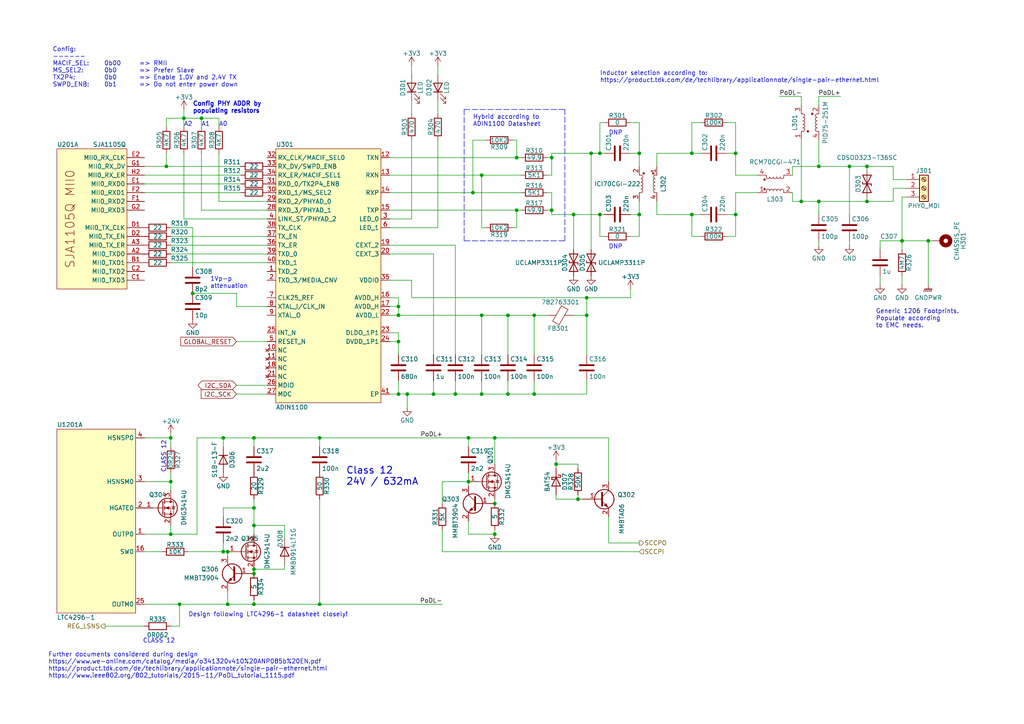
<source format=kicad_sch>
(kicad_sch (version 20211123) (generator eeschema)
  (paper "A4")
  (title_block (title "Open Hardware 10Base-T1L Switch") (date "2023-04-07") (rev "REV A") (company "Peter Heinrich") (comment 1 "Open Hardware License CERN-OHL-P v2") (comment 2 "https://github.com/peterheinrich/Open_10Base-T1L_Switch"))
  (junction (at 160.02 60.96))
  (junction (at 92.71 127))
  (junction (at 170.18 86.36))
  (junction (at 92.71 175.26))
  (junction (at 73.66 152.4))
  (junction (at 139.7 50.8))
  (junction (at 66.04 160.02))
  (junction (at 143.51 146.05))
  (junction (at 73.66 166.37))
  (junction (at 147.32 114.3))
  (junction (at 160.02 45.72))
  (junction (at 132.08 114.3))
  (junction (at 66.04 175.26))
  (junction (at 166.37 62.23))
  (junction (at 53.34 34.29))
  (junction (at 58.42 34.29))
  (junction (at 161.29 134.62))
  (junction (at 115.57 88.9))
  (junction (at 139.7 91.44))
  (junction (at 143.51 127))
  (junction (at 185.42 62.23))
  (junction (at 115.57 91.44))
  (junction (at 135.89 127))
  (junction (at 149.86 45.72))
  (junction (at 251.46 58.42))
  (junction (at 55.88 85.09))
  (junction (at 213.36 62.23))
  (junction (at 261.62 69.85))
  (junction (at 64.77 160.02))
  (junction (at 246.38 48.26))
  (junction (at 154.94 114.3))
  (junction (at 200.66 44.45))
  (junction (at 139.7 114.3))
  (junction (at 73.66 147.32))
  (junction (at 147.32 91.44))
  (junction (at 171.45 44.45))
  (junction (at 73.66 127))
  (junction (at 52.07 175.26))
  (junction (at 73.66 165.1))
  (junction (at 213.36 44.45))
  (junction (at 173.99 62.23))
  (junction (at 237.49 48.26))
  (junction (at 154.94 91.44))
  (junction (at 269.24 69.85))
  (junction (at 115.57 114.3))
  (junction (at 118.11 114.3))
  (junction (at 167.64 144.78))
  (junction (at 49.53 139.7))
  (junction (at 143.51 154.94))
  (junction (at 125.73 114.3))
  (junction (at 49.53 154.94))
  (junction (at 73.66 175.26))
  (junction (at 115.57 99.06))
  (junction (at 48.26 48.26))
  (junction (at 64.77 127))
  (junction (at 49.53 127))
  (junction (at 137.16 55.88))
  (junction (at 251.46 48.26))
  (junction (at 200.66 62.23))
  (junction (at 173.99 44.45))
  (junction (at 149.86 60.96))
  (junction (at 135.89 139.7))
  (junction (at 170.18 91.44))
  (junction (at 185.42 44.45))
  (junction (at 237.49 58.42))
  (junction (at 232.41 58.42))
  (wire (pts (xy 128.27 160.02) (xy 185.42 160.02)))
  (wire (pts (xy 232.41 27.94) (xy 232.41 30.48)))
  (wire (pts (xy 73.66 152.4) (xy 73.66 154.94)))
  (wire (pts (xy 140.97 40.64) (xy 137.16 40.64)))
  (polyline (pts (xy 134.62 69.85) (xy 163.83 69.85)))
  (wire (pts (xy 68.58 88.9) (xy 77.47 88.9)))
  (wire (pts (xy 210.82 35.56) (xy 213.36 35.56)))
  (wire (pts (xy 49.53 154.94) (xy 49.53 152.4)))
  (wire (pts (xy 210.82 68.58) (xy 213.36 68.58)))
  (wire (pts (xy 115.57 88.9) (xy 115.57 91.44)))
  (wire (pts (xy 41.91 160.02) (xy 46.99 160.02)))
  (wire (pts (xy 190.5 44.45) (xy 190.5 48.26)))
  (wire (pts (xy 158.75 50.8) (xy 160.02 50.8)))
  (wire (pts (xy 41.91 175.26) (xy 52.07 175.26)))
  (wire (pts (xy 118.11 114.3) (xy 125.73 114.3)))
  (wire (pts (xy 54.61 160.02) (xy 64.77 160.02)))
  (wire (pts (xy 135.89 127) (xy 143.51 127)))
  (wire (pts (xy 173.99 68.58) (xy 173.99 62.23)))
  (wire (pts (xy 53.34 63.5) (xy 77.47 63.5)))
  (wire (pts (xy 49.53 68.58) (xy 77.47 68.58)))
  (wire (pts (xy 139.7 50.8) (xy 139.7 66.04)))
  (wire (pts (xy 137.16 40.64) (xy 137.16 55.88)))
  (wire (pts (xy 119.38 63.5) (xy 113.03 63.5)))
  (wire (pts (xy 219.71 50.8) (xy 213.36 50.8)))
  (wire (pts (xy 127 19.05) (xy 127 21.59)))
  (wire (pts (xy 57.15 154.94) (xy 57.15 127)))
  (wire (pts (xy 49.53 71.12) (xy 77.47 71.12)))
  (wire (pts (xy 115.57 96.52) (xy 115.57 99.06)))
  (wire (pts (xy 185.42 68.58) (xy 185.42 62.23)))
  (wire (pts (xy 173.99 44.45) (xy 175.26 44.45)))
  (polyline (pts (xy 134.62 31.75) (xy 163.83 31.75)))
  (wire (pts (xy 113.03 86.36) (xy 115.57 86.36)))
  (wire (pts (xy 41.91 55.88) (xy 69.85 55.88)))
  (wire (pts (xy 92.71 127) (xy 135.89 127)))
  (wire (pts (xy 154.94 102.87) (xy 154.94 91.44)))
  (wire (pts (xy 149.86 40.64) (xy 149.86 45.72)))
  (wire (pts (xy 49.53 139.7) (xy 49.53 142.24)))
  (polyline (pts (xy 163.83 69.85) (xy 163.83 31.75)))
  (wire (pts (xy 115.57 99.06) (xy 115.57 102.87)))
  (wire (pts (xy 190.5 44.45) (xy 200.66 44.45)))
  (wire (pts (xy 66.04 161.29) (xy 66.04 160.02)))
  (wire (pts (xy 237.49 69.85) (xy 237.49 71.12)))
  (wire (pts (xy 182.88 86.36) (xy 182.88 83.82)))
  (wire (pts (xy 213.36 35.56) (xy 213.36 44.45)))
  (wire (pts (xy 52.07 181.61) (xy 52.07 175.26)))
  (wire (pts (xy 119.38 19.05) (xy 119.38 21.59)))
  (wire (pts (xy 55.88 66.04) (xy 55.88 77.47)))
  (wire (pts (xy 143.51 146.05) (xy 143.51 144.78)))
  (wire (pts (xy 53.34 31.75) (xy 53.34 34.29)))
  (wire (pts (xy 161.29 134.62) (xy 167.64 134.62)))
  (wire (pts (xy 166.37 62.23) (xy 166.37 72.39)))
  (wire (pts (xy 226.06 27.94) (xy 232.41 27.94)))
  (wire (pts (xy 128.27 139.7) (xy 135.89 139.7)))
  (wire (pts (xy 160.02 44.45) (xy 171.45 44.45)))
  (wire (pts (xy 160.02 62.23) (xy 160.02 60.96)))
  (wire (pts (xy 182.88 68.58) (xy 185.42 68.58)))
  (wire (pts (xy 147.32 114.3) (xy 154.94 114.3)))
  (wire (pts (xy 170.18 86.36) (xy 182.88 86.36)))
  (wire (pts (xy 115.57 114.3) (xy 118.11 114.3)))
  (wire (pts (xy 73.66 144.78) (xy 73.66 147.32)))
  (wire (pts (xy 63.5 34.29) (xy 63.5 36.83)))
  (wire (pts (xy 158.75 55.88) (xy 160.02 55.88)))
  (wire (pts (xy 160.02 44.45) (xy 160.02 45.72)))
  (wire (pts (xy 73.66 166.37) (xy 73.66 165.1)))
  (wire (pts (xy 255.27 80.01) (xy 255.27 82.55)))
  (wire (pts (xy 48.26 34.29) (xy 53.34 34.29)))
  (wire (pts (xy 170.18 114.3) (xy 170.18 110.49)))
  (wire (pts (xy 64.77 160.02) (xy 66.04 160.02)))
  (wire (pts (xy 143.51 127) (xy 143.51 134.62)))
  (wire (pts (xy 168.91 144.78) (xy 167.64 144.78)))
  (wire (pts (xy 113.03 55.88) (xy 137.16 55.88)))
  (wire (pts (xy 170.18 91.44) (xy 170.18 102.87)))
  (wire (pts (xy 73.66 165.1) (xy 82.55 165.1)))
  (wire (pts (xy 200.66 68.58) (xy 200.66 62.23)))
  (wire (pts (xy 92.71 175.26) (xy 92.71 144.78)))
  (wire (pts (xy 57.15 127) (xy 64.77 127)))
  (polyline (pts (xy 134.62 31.75) (xy 134.62 69.85)))
  (wire (pts (xy 119.38 86.36) (xy 170.18 86.36)))
  (wire (pts (xy 173.99 62.23) (xy 166.37 62.23)))
  (wire (pts (xy 113.03 60.96) (xy 149.86 60.96)))
  (wire (pts (xy 171.45 44.45) (xy 171.45 72.39)))
  (wire (pts (xy 53.34 34.29) (xy 53.34 36.83)))
  (wire (pts (xy 82.55 163.83) (xy 82.55 165.1)))
  (wire (pts (xy 269.24 69.85) (xy 269.24 82.55)))
  (wire (pts (xy 246.38 48.26) (xy 246.38 62.23)))
  (wire (pts (xy 200.66 62.23) (xy 203.2 62.23)))
  (wire (pts (xy 148.59 40.64) (xy 149.86 40.64)))
  (wire (pts (xy 48.26 48.26) (xy 69.85 48.26)))
  (wire (pts (xy 68.58 99.06) (xy 77.47 99.06)))
  (wire (pts (xy 68.58 111.76) (xy 77.47 111.76)))
  (wire (pts (xy 53.34 34.29) (xy 58.42 34.29)))
  (wire (pts (xy 66.04 171.45) (xy 66.04 175.26)))
  (wire (pts (xy 68.58 114.3) (xy 77.47 114.3)))
  (wire (pts (xy 41.91 53.34) (xy 69.85 53.34)))
  (wire (pts (xy 237.49 58.42) (xy 237.49 62.23)))
  (wire (pts (xy 139.7 50.8) (xy 151.13 50.8)))
  (wire (pts (xy 92.71 175.26) (xy 128.27 175.26)))
  (wire (pts (xy 259.08 54.61) (xy 259.08 58.42)))
  (wire (pts (xy 154.94 91.44) (xy 158.75 91.44)))
  (wire (pts (xy 64.77 149.86) (xy 64.77 147.32)))
  (wire (pts (xy 176.53 157.48) (xy 185.42 157.48)))
  (wire (pts (xy 73.66 147.32) (xy 73.66 152.4)))
  (wire (pts (xy 132.08 110.49) (xy 132.08 114.3)))
  (wire (pts (xy 64.77 127) (xy 64.77 129.54)))
  (wire (pts (xy 119.38 81.28) (xy 119.38 86.36)))
  (wire (pts (xy 52.07 175.26) (xy 66.04 175.26)))
  (wire (pts (xy 229.87 48.26) (xy 237.49 48.26)))
  (wire (pts (xy 115.57 86.36) (xy 115.57 88.9)))
  (wire (pts (xy 139.7 91.44) (xy 115.57 91.44)))
  (wire (pts (xy 49.53 125.73) (xy 49.53 127)))
  (wire (pts (xy 64.77 147.32) (xy 73.66 147.32)))
  (wire (pts (xy 49.53 66.04) (xy 55.88 66.04)))
  (wire (pts (xy 49.53 181.61) (xy 52.07 181.61)))
  (wire (pts (xy 203.2 68.58) (xy 200.66 68.58)))
  (wire (pts (xy 140.97 66.04) (xy 139.7 66.04)))
  (wire (pts (xy 125.73 114.3) (xy 125.73 110.49)))
  (wire (pts (xy 237.49 30.48) (xy 237.49 27.94)))
  (wire (pts (xy 30.48 181.61) (xy 41.91 181.61)))
  (wire (pts (xy 132.08 114.3) (xy 125.73 114.3)))
  (wire (pts (xy 143.51 127) (xy 176.53 127)))
  (wire (pts (xy 147.32 91.44) (xy 139.7 91.44)))
  (wire (pts (xy 113.03 45.72) (xy 149.86 45.72)))
  (wire (pts (xy 237.49 27.94) (xy 243.84 27.94)))
  (wire (pts (xy 139.7 102.87) (xy 139.7 91.44)))
  (wire (pts (xy 161.29 133.35) (xy 161.29 134.62)))
  (wire (pts (xy 64.77 157.48) (xy 64.77 160.02)))
  (wire (pts (xy 171.45 44.45) (xy 173.99 44.45)))
  (wire (pts (xy 182.88 62.23) (xy 185.42 62.23)))
  (wire (pts (xy 160.02 45.72) (xy 160.02 50.8)))
  (wire (pts (xy 77.47 60.96) (xy 58.42 60.96)))
  (wire (pts (xy 203.2 35.56) (xy 200.66 35.56)))
  (wire (pts (xy 115.57 110.49) (xy 115.57 114.3)))
  (wire (pts (xy 113.03 71.12) (xy 132.08 71.12)))
  (wire (pts (xy 190.5 62.23) (xy 190.5 58.42)))
  (wire (pts (xy 49.53 139.7) (xy 41.91 139.7)))
  (wire (pts (xy 58.42 34.29) (xy 63.5 34.29)))
  (wire (pts (xy 229.87 48.26) (xy 229.87 50.8)))
  (wire (pts (xy 269.24 69.85) (xy 261.62 69.85)))
  (wire (pts (xy 185.42 62.23) (xy 185.42 58.42)))
  (wire (pts (xy 58.42 34.29) (xy 58.42 36.83)))
  (wire (pts (xy 237.49 48.26) (xy 246.38 48.26)))
  (wire (pts (xy 213.36 68.58) (xy 213.36 62.23)))
  (wire (pts (xy 175.26 35.56) (xy 173.99 35.56)))
  (wire (pts (xy 237.49 58.42) (xy 251.46 58.42)))
  (wire (pts (xy 182.88 44.45) (xy 185.42 44.45)))
  (wire (pts (xy 160.02 62.23) (xy 166.37 62.23)))
  (wire (pts (xy 113.03 88.9) (xy 115.57 88.9)))
  (wire (pts (xy 261.62 69.85) (xy 261.62 72.39)))
  (wire (pts (xy 92.71 127) (xy 92.71 129.54)))
  (wire (pts (xy 135.89 140.97) (xy 135.89 139.7)))
  (wire (pts (xy 213.36 55.88) (xy 213.36 62.23)))
  (wire (pts (xy 128.27 146.05) (xy 128.27 139.7)))
  (wire (pts (xy 119.38 40.64) (xy 119.38 63.5)))
  (wire (pts (xy 173.99 35.56) (xy 173.99 44.45)))
  (wire (pts (xy 262.89 54.61) (xy 259.08 54.61)))
  (wire (pts (xy 41.91 48.26) (xy 48.26 48.26)))
  (wire (pts (xy 255.27 69.85) (xy 255.27 72.39)))
  (wire (pts (xy 161.29 135.89) (xy 161.29 134.62)))
  (wire (pts (xy 118.11 114.3) (xy 118.11 118.11)))
  (wire (pts (xy 170.18 86.36) (xy 170.18 91.44)))
  (wire (pts (xy 115.57 99.06) (xy 113.03 99.06)))
  (wire (pts (xy 127 66.04) (xy 127 40.64)))
  (wire (pts (xy 148.59 66.04) (xy 149.86 66.04)))
  (wire (pts (xy 175.26 62.23) (xy 173.99 62.23)))
  (wire (pts (xy 73.66 127) (xy 92.71 127)))
  (wire (pts (xy 139.7 114.3) (xy 139.7 110.49)))
  (wire (pts (xy 143.51 153.67) (xy 143.51 154.94)))
  (wire (pts (xy 176.53 127) (xy 176.53 139.7)))
  (wire (pts (xy 213.36 44.45) (xy 213.36 50.8)))
  (wire (pts (xy 41.91 154.94) (xy 49.53 154.94)))
  (wire (pts (xy 127 29.21) (xy 127 33.02)))
  (wire (pts (xy 190.5 62.23) (xy 200.66 62.23)))
  (wire (pts (xy 135.89 151.13) (xy 135.89 154.94)))
  (wire (pts (xy 170.18 91.44) (xy 166.37 91.44)))
  (wire (pts (xy 261.62 57.15) (xy 262.89 57.15)))
  (wire (pts (xy 147.32 114.3) (xy 147.32 110.49)))
  (wire (pts (xy 41.91 127) (xy 49.53 127)))
  (wire (pts (xy 82.55 156.21) (xy 82.55 152.4)))
  (wire (pts (xy 229.87 58.42) (xy 232.41 58.42)))
  (wire (pts (xy 58.42 60.96) (xy 58.42 44.45)))
  (wire (pts (xy 53.34 44.45) (xy 53.34 63.5)))
  (wire (pts (xy 147.32 102.87) (xy 147.32 91.44)))
  (wire (pts (xy 66.04 175.26) (xy 73.66 175.26)))
  (wire (pts (xy 261.62 69.85) (xy 261.62 57.15)))
  (wire (pts (xy 175.26 68.58) (xy 173.99 68.58)))
  (wire (pts (xy 125.73 102.87) (xy 125.73 73.66)))
  (wire (pts (xy 251.46 58.42) (xy 259.08 58.42)))
  (wire (pts (xy 49.53 154.94) (xy 57.15 154.94)))
  (wire (pts (xy 113.03 114.3) (xy 115.57 114.3)))
  (wire (pts (xy 185.42 44.45) (xy 185.42 48.26)))
  (wire (pts (xy 125.73 73.66) (xy 113.03 73.66)))
  (wire (pts (xy 246.38 69.85) (xy 246.38 71.12)))
  (wire (pts (xy 154.94 114.3) (xy 170.18 114.3)))
  (wire (pts (xy 261.62 69.85) (xy 255.27 69.85)))
  (wire (pts (xy 270.51 69.85) (xy 269.24 69.85)))
  (wire (pts (xy 135.89 154.94) (xy 143.51 154.94)))
  (wire (pts (xy 119.38 29.21) (xy 119.38 33.02)))
  (wire (pts (xy 132.08 114.3) (xy 139.7 114.3)))
  (wire (pts (xy 139.7 114.3) (xy 147.32 114.3)))
  (wire (pts (xy 113.03 96.52) (xy 115.57 96.52)))
  (wire (pts (xy 113.03 81.28) (xy 119.38 81.28)))
  (wire (pts (xy 68.58 85.09) (xy 68.58 88.9)))
  (wire (pts (xy 167.64 144.78) (xy 161.29 144.78)))
  (wire (pts (xy 161.29 144.78) (xy 161.29 143.51)))
  (wire (pts (xy 176.53 149.86) (xy 176.53 157.48)))
  (wire (pts (xy 41.91 50.8) (xy 69.85 50.8)))
  (wire (pts (xy 251.46 48.26) (xy 259.08 48.26)))
  (wire (pts (xy 137.16 55.88) (xy 151.13 55.88)))
  (wire (pts (xy 251.46 48.26) (xy 251.46 49.53)))
  (wire (pts (xy 73.66 152.4) (xy 82.55 152.4)))
  (wire (pts (xy 63.5 44.45) (xy 63.5 58.42)))
  (wire (pts (xy 135.89 137.16) (xy 135.89 139.7)))
  (wire (pts (xy 229.87 58.42) (xy 229.87 55.88)))
  (wire (pts (xy 237.49 40.64) (xy 237.49 48.26)))
  (wire (pts (xy 210.82 44.45) (xy 213.36 44.45)))
  (wire (pts (xy 167.64 143.51) (xy 167.64 144.78)))
  (wire (pts (xy 113.03 66.04) (xy 127 66.04)))
  (wire (pts (xy 49.53 137.16) (xy 49.53 139.7)))
  (wire (pts (xy 149.86 45.72) (xy 151.13 45.72)))
  (wire (pts (xy 48.26 36.83) (xy 48.26 34.29)))
  (wire (pts (xy 154.94 91.44) (xy 147.32 91.44)))
  (wire (pts (xy 232.41 58.42) (xy 237.49 58.42)))
  (wire (pts (xy 154.94 114.3) (xy 154.94 110.49)))
  (wire (pts (xy 113.03 50.8) (xy 139.7 50.8)))
  (wire (pts (xy 63.5 58.42) (xy 77.47 58.42)))
  (wire (pts (xy 55.88 85.09) (xy 68.58 85.09)))
  (wire (pts (xy 128.27 153.67) (xy 128.27 160.02)))
  (wire (pts (xy 219.71 55.88) (xy 213.36 55.88)))
  (wire (pts (xy 73.66 173.99) (xy 73.66 175.26)))
  (wire (pts (xy 73.66 175.26) (xy 92.71 175.26)))
  (wire (pts (xy 200.66 44.45) (xy 203.2 44.45)))
  (wire (pts (xy 160.02 60.96) (xy 160.02 55.88)))
  (wire (pts (xy 158.75 60.96) (xy 160.02 60.96)))
  (wire (pts (xy 49.53 73.66) (xy 77.47 73.66)))
  (wire (pts (xy 48.26 44.45) (xy 48.26 48.26)))
  (wire (pts (xy 182.88 35.56) (xy 185.42 35.56)))
  (wire (pts (xy 246.38 48.26) (xy 251.46 48.26)))
  (wire (pts (xy 73.66 127) (xy 73.66 129.54)))
  (wire (pts (xy 213.36 62.23) (xy 210.82 62.23)))
  (wire (pts (xy 135.89 129.54) (xy 135.89 127)))
  (wire (pts (xy 149.86 60.96) (xy 151.13 60.96)))
  (wire (pts (xy 251.46 57.15) (xy 251.46 58.42)))
  (wire (pts (xy 259.08 52.07) (xy 259.08 48.26)))
  (wire (pts (xy 200.66 35.56) (xy 200.66 44.45)))
  (wire (pts (xy 262.89 52.07) (xy 259.08 52.07)))
  (wire (pts (xy 149.86 60.96) (xy 149.86 66.04)))
  (wire (pts (xy 115.57 91.44) (xy 113.03 91.44)))
  (wire (pts (xy 132.08 71.12) (xy 132.08 102.87)))
  (wire (pts (xy 158.75 45.72) (xy 160.02 45.72)))
  (wire (pts (xy 49.53 127) (xy 49.53 129.54)))
  (wire (pts (xy 185.42 35.56) (xy 185.42 44.45)))
  (wire (pts (xy 167.64 134.62) (xy 167.64 135.89)))
  (wire (pts (xy 64.77 127) (xy 73.66 127)))
  (wire (pts (xy 232.41 40.64) (xy 232.41 58.42)))
  (wire (pts (xy 261.62 80.01) (xy 261.62 82.55)))
  (wire (pts (xy 49.53 76.2) (xy 77.47 76.2)))
  (text "A2" (at 53.34 36.83 0) (effects (font (size 1.27 1.27)) (justify left bottom)))
  (text "A0" (at 63.5 36.83 0) (effects (font (size 1.27 1.27)) (justify left bottom)))
  (text "Design following LTC4296-1 datasheet closely!" (at 54.61 179.07 0) (effects (font (size 1.27 1.27)) (justify left bottom)))
  (text "1Vp-p\nattenuation" (at 60.96 83.82 0) (effects (font (size 1.27 1.27)) (justify left bottom)))
  (text "Class 12\n24V / 632mA" (at 100.33 140.97 0) (effects (font (size 2 2) (thickness 0.254) bold) (justify left bottom)))
  (text "A1" (at 58.42 36.83 0) (effects (font (size 1.27 1.27)) (justify left bottom)))
  (text "Config:\n------\nMACIF_SEL: 	0b00 	=> RMII\nMS_SEL2: 	0b0 	=> Prefer Slave\nTX2P4: 		0b0 	=> Enable 1.0V and 2.4V TX\nSWPD_ENB: 	0b1 	=> Do not enter power down" (at 15.24 25.4 0) (effects (font (size 1.27 1.27)) (justify left bottom)))
  (text "CLASS 12\n" (at 50.8 186.69 180) (effects (font (size 1.27 1.27)) (justify right bottom)))
  (text "CLASS 12" (at 48.26 137.16 90) (effects (font (size 1.27 1.27)) (justify left bottom)))
  (text "DNP" (at 176.53 39.37 0) (effects (font (size 1.27 1.27)) (justify left bottom)))
  (text "Config PHY ADDR by \npopulating resistors" (at 55.88 33.02 0) (effects (font (size 1.27 1.27) bold) (justify left bottom)))
  (text "DNP" (at 176.53 72.39 0) (effects (font (size 1.27 1.27)) (justify left bottom)))
  (text "Generic 1206 Footprints.\nPopulate according \nto EMC needs." (at 254 95.25 0) (effects (font (size 1.27 1.27)) (justify left bottom)))
  (text "Further documents considered during design\nhttps://www.we-online.com/catalog/media/o341320v410%20ANP085b%20EN.pdf\nhttps://product.tdk.com/de/techlibrary/applicationnote/single-pair-ethernet.html\nhttps://www.ieee802.org/802_tutorials/2015-11/PoDL_tutorial_1115.pdf" (at 13.97 196.85 0) (effects (font (size 1.27 1.27)) (justify left bottom)))
  (text "Hybrid according to\nADIN1100 Datasheet" (at 137.16 36.83 0) (effects (font (size 1.27 1.27)) (justify left bottom)))
  (text "Inductor selection according to:\nhttps://product.tdk.com/de/techlibrary/applicationnote/single-pair-ethernet.html" (at 173.99 24.13 0) (effects (font (size 1.27 1.27)) (justify left bottom)))
  (label "PoDL-" (at 226.06 27.94 0))
  (label "PoDL+" (at 121.92 127 0))
  (label "PoDL+" (at 243.84 27.94 180))
  (label "PoDL-" (at 128.27 175.26 180))
  (global_label "I2C_SCK" (shape input) (at 68.58 114.3 180) (property "Intersheet References" "${INTERSHEET_REFS}" (effects hide)))
  (global_label "GLOBAL_RESET" (shape input) (at 68.58 99.06 180) (property "Intersheet References" "${INTERSHEET_REFS}" (effects hide)))
  (global_label "I2C_SDA" (shape bidirectional) (at 68.58 111.76 180) (property "Intersheet References" "${INTERSHEET_REFS}" (effects hide)))
  (hierarchical_label "SCCPI" (shape input) (at 185.42 160.02 0))
  (hierarchical_label "SCCPO" (shape output) (at 185.42 157.48 0))
  (hierarchical_label "REG_LSNS" (shape output) (at 30.48 181.61 180))
  (symbol (lib_id "Device:R") (at 92.71 140.97 0) (unit 1)
    (property "Reference" "R330" (at 94.742 140.97 90))
    (property "Value" "50" (at 92.71 140.97 90))
    (property "Footprint" "Resistor_SMD:R_0603_1608Metric" (effects hide))
  )
  (symbol (lib_id "Device:R") (at 207.01 35.56 90) (unit 1)
    (property "Reference" "R302" (at 207.01 33.528 90))
    (property "Value" "100K" (at 207.01 35.56 90))
    (property "Footprint" "Resistor_SMD:R_0805_2012Metric" (effects hide))
  )
  (symbol (lib_id "Device:C") (at 179.07 62.23 90) (unit 1)
    (property "Reference" "C303" (at 176.53 61.595 0) (effects (justify left)))
    (property "Value" "220n" (at 181.61 61.595 0) (effects (justify left)))
    (property "Footprint" "Capacitor_SMD:C_0805_2012Metric" (effects hide))
  )
  (symbol (lib_id "SJA1105Q:SJA1105Q") (at 16.51 43.18 0) (unit 1)
    (property "Reference" "U201" (at 16.51 41.91 0) (effects (justify left)))
    (property "Value" "SJA1105Q" (at 31.75 41.91 0))
    (property "Footprint" "SJA1105Q:LFBGA_12x12mm_P0.8mm" (effects hide))
    (property "Datasheet" "https://www.nxp.com/docs/en/data-sheet/SJA1105PQRS.pdf" (effects hide))
  )
  (symbol (lib_id "Device:C") (at 73.66 133.35 0) (unit 1)
    (property "Reference" "C317" (at 74.295 130.81 0) (effects (justify left)))
    (property "Value" "2u2" (at 74.295 135.89 0) (effects (justify left)))
    (property "Footprint" "Capacitor_SMD:C_1206_3216Metric" (effects hide))
  )
  (symbol (lib_id "Device:L_Coupled_1423") (at 187.96 53.34 270) (unit 1)
    (property "Reference" "L302" (at 192.405 53.34 0))
    (property "Value" "ICI70CGI-222" (at 179.07 53.34 90))
    (property "Footprint" "ICI70CGI:ICI70CGI" (effects hide))
    (property "Datasheet" "https://product.tdk.com/system/files/dam/doc/product/transformer/transformer/lan/data_sheet/30/ds/lan_mod/ici70cgi.pdf" (effects hide))
  )
  (symbol (lib_id "Device:Q_NMOS_GSD") (at 71.12 160.02 0) (unit 1)
    (property "Reference" "Q305" (at 69.85 156.21 0) (effects (justify left)))
    (property "Value" "DMG3414U" (at 77.47 165.1 90) (effects (justify left)))
    (property "Footprint" "Package_TO_SOT_SMD:SOT-23" (effects hide))
  )
  (symbol (lib_id "Device:Q_NPN_BEC") (at 138.43 146.05 0) (mirror y) (unit 1)
    (property "Reference" "Q303" (at 133.35 144.78 0) (effects (justify left)))
    (property "Value" "MMBT3904" (at 132.08 156.21 90) (effects (justify left)))
    (property "Footprint" "Package_TO_SOT_SMD:SOT-23" (effects hide))
  )
  (symbol (lib_id "Device:C") (at 92.71 133.35 0) (unit 1)
    (property "Reference" "C318" (at 93.345 130.81 0) (effects (justify left)))
    (property "Value" "100n" (at 93.345 135.89 0) (effects (justify left)))
    (property "Footprint" "Capacitor_SMD:C_0603_1608Metric" (effects hide))
  )
  (symbol (lib_id "Device:C") (at 237.49 66.04 0) (unit 1)
    (property "Reference" "C305" (at 238.125 63.5 0) (effects (justify left)))
    (property "Value" "100p" (at 238.125 68.58 0) (effects (justify left)))
    (property "Footprint" "Capacitor_SMD:C_0805_2012Metric" (effects hide))
  )
  (symbol (lib_id "Device:D_TVS") (at 171.45 76.2 90) (unit 1)
    (property "Reference" "D305" (at 168.91 76.2 0))
    (property "Value" "UCLAMP3311P" (at 180.34 76.2 90))
    (property "Footprint" "UCLAMP3311P:SLP1006P2" (effects hide))
  )
  (symbol (lib_id "Device:D") (at 82.55 160.02 270) (unit 1)
    (property "Reference" "D308" (at 81.28 156.21 0))
    (property "Value" "MMBD914LT1G" (at 85.09 160.02 0))
    (property "Footprint" "MMBD914L:SOT-23-DIODE" (effects hide))
  )
  (symbol (lib_id "Device:R") (at 45.72 66.04 90) (unit 1)
    (property "Reference" "R318" (at 52.07 64.77 90))
    (property "Value" "22" (at 45.72 66.04 90))
    (property "Footprint" "Resistor_SMD:R_0603_1608Metric" (effects hide))
  )
  (symbol (lib_id "Mechanical:MountingHole_Pad") (at 273.05 69.85 270) (unit 1)
    (property "Reference" "H301" (at 279.4 69.85 0))
    (property "Value" "CHASSIS_PE" (at 277.495 69.85 0))
    (property "Footprint" "MountingHole:MountingHole_3.2mm_M3_Pad_Via" (effects hide))
  )
  (symbol (lib_id "Device:Q_NPN_BEC") (at 68.58 166.37 0) (mirror y) (unit 1)
    (property "Reference" "Q306" (at 63.5 165.1 0) (effects (justify left)))
    (property "Value" "MMBT3904" (at 63.5 167.64 0) (effects (justify left)))
    (property "Footprint" "Package_TO_SOT_SMD:SOT-23" (effects hide))
  )
  (symbol (lib_id "Device:FerriteBead") (at 162.56 91.44 90) (unit 1)
    (property "Reference" "FB301" (at 161.925 95.25 90))
    (property "Value" "782763301" (at 162.56 87.63 90))
    (property "Footprint" "Inductor_SMD:L_1206_3216Metric" (effects hide))
  )
  (symbol (lib_id "power:+24V") (at 49.53 125.73 0) (unit 1)
    (property "Reference" "#PWR0314" (effects hide))
    (property "Value" "+24V" (at 49.53 122.174 0))
  )
  (symbol (lib_id "Device:D_TVS") (at 251.46 53.34 90) (unit 1)
    (property "Reference" "D303" (at 248.92 53.34 0))
    (property "Value" "CDSOD323-T36SC" (at 251.46 45.72 90))
    (property "Footprint" "Diode_SMD:D_SOD-323" (effects hide))
  )
  (symbol (lib_id "Device:C") (at 255.27 76.2 0) (unit 1)
    (property "Reference" "C307" (at 255.27 68.58 0) (effects (justify left)))
    (property "Value" "1u" (at 255.905 78.74 0) (effects (justify left)))
    (property "Footprint" "Capacitor_SMD:C_1206_3216Metric" (effects hide))
  )
  (symbol (lib_id "power:+3V3") (at 53.34 31.75 0) (unit 1)
    (property "Reference" "#PWR0303" (effects hide))
    (property "Value" "+3V3" (at 53.34 28.194 0))
  )
  (symbol (lib_id "power:GND") (at 143.51 154.94 0) (unit 1)
    (property "Reference" "#PWR0317" (effects hide))
    (property "Value" "GND" (at 143.51 158.75 0))
  )
  (symbol (lib_id "Device:R") (at 154.94 55.88 90) (unit 1)
    (property "Reference" "R316" (at 154.94 53.848 90))
    (property "Value" "5K1" (at 154.94 55.88 90))
    (property "Footprint" "Resistor_SMD:R_0603_1608Metric" (effects hide))
  )
  (symbol (lib_id "Device:R") (at 154.94 60.96 90) (unit 1)
    (property "Reference" "R317" (at 154.94 58.928 90))
    (property "Value" "49.9" (at 154.94 60.96 90))
    (property "Footprint" "Resistor_SMD:R_0603_1608Metric" (effects hide))
  )
  (symbol (lib_id "Device:C") (at 64.77 153.67 0) (unit 1)
    (property "Reference" "C320" (at 65.405 151.13 0) (effects (justify left)))
    (property "Value" "2n2" (at 65.405 156.21 0) (effects (justify left)))
    (property "Footprint" "Capacitor_SMD:C_0603_1608Metric" (effects hide))
  )
  (symbol (lib_id "Device:R") (at 154.94 50.8 90) (unit 1)
    (property "Reference" "R313" (at 154.94 48.768 90))
    (property "Value" "5K1" (at 154.94 50.8 90))
    (property "Footprint" "Resistor_SMD:R_0603_1608Metric" (effects hide))
  )
  (symbol (lib_id "Device:D") (at 64.77 133.35 270) (unit 1)
    (property "Reference" "D306" (at 67.31 133.35 0))
    (property "Value" "S1B-13-F" (at 62.23 133.35 0))
    (property "Footprint" "Diode_SMD:D_SMB" (effects hide))
  )
  (symbol (lib_id "Device:C") (at 170.18 106.68 0) (unit 1)
    (property "Reference" "C316" (at 170.815 104.14 0) (effects (justify left)))
    (property "Value" "100n" (at 170.815 109.22 0) (effects (justify left)))
    (property "Footprint" "Capacitor_SMD:C_0603_1608Metric" (effects hide))
  )
  (symbol (lib_id "Device:C") (at 132.08 106.68 0) (unit 1)
    (property "Reference" "C312" (at 132.715 104.14 0) (effects (justify left)))
    (property "Value" "100n" (at 132.715 109.22 0) (effects (justify left)))
    (property "Footprint" "Capacitor_SMD:C_0603_1608Metric" (effects hide))
  )
  (symbol (lib_id "power:GND") (at 246.38 71.12 0) (unit 1)
    (property "Reference" "#PWR0305" (effects hide))
    (property "Value" "GND" (at 246.38 74.93 0))
  )
  (symbol (lib_id "Device:R") (at 207.01 68.58 90) (unit 1)
    (property "Reference" "R322" (at 207.01 66.548 90))
    (property "Value" "100K" (at 207.01 68.58 90))
    (property "Footprint" "Resistor_SMD:R_0805_2012Metric" (effects hide))
  )
  (symbol (lib_id "Device:C") (at 125.73 106.68 0) (unit 1)
    (property "Reference" "C311" (at 126.365 104.14 0) (effects (justify left)))
    (property "Value" "1u" (at 126.365 109.22 0) (effects (justify left)))
    (property "Footprint" "Capacitor_SMD:C_0603_1608Metric" (effects hide))
  )
  (symbol (lib_id "Device:C") (at 207.01 44.45 90) (unit 1)
    (property "Reference" "C302" (at 204.47 43.815 0) (effects (justify left)))
    (property "Value" "220n" (at 209.55 43.815 0) (effects (justify left)))
    (property "Footprint" "Capacitor_SMD:C_0805_2012Metric" (effects hide))
  )
  (symbol (lib_id "Device:R") (at 45.72 76.2 90) (unit 1)
    (property "Reference" "R325" (at 52.07 74.93 90))
    (property "Value" "22" (at 45.72 76.2 90))
    (property "Footprint" "Resistor_SMD:R_0603_1608Metric" (effects hide))
  )
  (symbol (lib_id "Device:R") (at 45.72 68.58 90) (unit 1)
    (property "Reference" "R320" (at 52.07 67.31 90))
    (property "Value" "22" (at 45.72 68.58 90))
    (property "Footprint" "Resistor_SMD:R_0603_1608Metric" (effects hide))
  )
  (symbol (lib_id "Device:C") (at 147.32 106.68 0) (unit 1)
    (property "Reference" "C314" (at 147.955 104.14 0) (effects (justify left)))
    (property "Value" "100n" (at 147.955 109.22 0) (effects (justify left)))
    (property "Footprint" "Capacitor_SMD:C_0603_1608Metric" (effects hide))
  )
  (symbol (lib_id "Device:R") (at 73.66 50.8 90) (unit 1)
    (property "Reference" "R312" (at 67.31 49.53 90))
    (property "Value" "22" (at 73.66 50.8 90))
    (property "Footprint" "Resistor_SMD:R_0603_1608Metric" (effects hide))
  )
  (symbol (lib_id "Device:R") (at 53.34 40.64 180) (unit 1)
    (property "Reference" "R306" (at 51.308 40.64 90))
    (property "Value" "4K7" (at 53.34 40.64 90))
    (property "Footprint" "Resistor_SMD:R_0603_1608Metric" (effects hide))
  )
  (symbol (lib_id "Device:R") (at 154.94 45.72 90) (unit 1)
    (property "Reference" "R310" (at 154.94 43.688 90))
    (property "Value" "49.9" (at 154.94 45.72 90))
    (property "Footprint" "Resistor_SMD:R_0603_1608Metric" (effects hide))
  )
  (symbol (lib_id "power:+3V3") (at 119.38 19.05 0) (unit 1)
    (property "Reference" "#PWR0301" (effects hide))
    (property "Value" "+3V3" (at 119.38 15.494 0))
  )
  (symbol (lib_id "Device:C") (at 55.88 88.9 0) (unit 1)
    (property "Reference" "C309" (at 56.515 86.36 0) (effects (justify left)))
    (property "Value" "10p" (at 56.515 91.44 0) (effects (justify left)))
    (property "Footprint" "Capacitor_SMD:C_0603_1608Metric" (effects hide))
  )
  (symbol (lib_id "Device:LED") (at 127 25.4 90) (unit 1)
    (property "Reference" "D302" (at 124.46 25.4 0))
    (property "Value" "LED" (at 129.54 25.4 0))
    (property "Footprint" "LED_SMD:LED_0603_1608Metric" (effects hide))
  )
  (symbol (lib_id "power:GND") (at 255.27 82.55 0) (unit 1)
    (property "Reference" "#PWR0308" (effects hide))
    (property "Value" "GND" (at 255.27 86.36 0))
  )
  (symbol (lib_id "Device:R") (at 144.78 66.04 270) (unit 1)
    (property "Reference" "R319" (at 144.78 68.072 90))
    (property "Value" "10K2" (at 144.78 66.04 90))
    (property "Footprint" "Resistor_SMD:R_0603_1608Metric" (effects hide))
  )
  (symbol (lib_id "Device:R") (at 119.38 36.83 180) (unit 1)
    (property "Reference" "R303" (at 117.348 36.83 90))
    (property "Value" "470" (at 119.38 36.83 90))
    (property "Footprint" "Resistor_SMD:R_0603_1608Metric" (effects hide))
  )
  (symbol (lib_id "power:GND") (at 64.77 137.16 0) (unit 1)
    (property "Reference" "#PWR0316" (effects hide))
    (property "Value" "GND" (at 64.77 140.97 0))
  )
  (symbol (lib_id "Device:C") (at 246.38 66.04 0) (unit 1)
    (property "Reference" "C306" (at 247.015 63.5 0) (effects (justify left)))
    (property "Value" "100p" (at 247.015 68.58 0) (effects (justify left)))
    (property "Footprint" "Capacitor_SMD:C_0805_2012Metric" (effects hide))
  )
  (symbol (lib_id "power:GND") (at 261.62 82.55 0) (unit 1)
    (property "Reference" "#PWR0309" (effects hide))
    (property "Value" "GND" (at 261.62 86.36 0))
  )
  (symbol (lib_id "L_differential_1324:L_Coupled_1324") (at 234.95 35.56 90) (unit 1)
    (property "Reference" "L301" (at 230.505 35.56 0))
    (property "Value" "PID75-251M" (at 239.395 35.56 0))
    (property "Footprint" "PID75:PID75-251M" (effects hide))
    (property "Datasheet" "https://product.tdk.com/system/files/dam/doc/product/inductor/inductor/smd/data_sheet/30/db/ind_2008/pidx251m.pdf" (effects hide))
  )
  (symbol (lib_id "Device:R") (at 50.8 160.02 90) (unit 1)
    (property "Reference" "R333" (at 50.8 157.988 90))
    (property "Value" "10K" (at 50.8 160.02 90))
    (property "Footprint" "Resistor_SMD:R_0603_1608Metric" (effects hide))
  )
  (symbol (lib_id "power:GND") (at 171.45 80.01 0) (unit 1)
    (property "Reference" "#PWR0307" (effects hide))
    (property "Value" "GND" (at 171.45 83.82 0))
  )
  (symbol (lib_id "Device:R") (at 73.66 53.34 90) (unit 1)
    (property "Reference" "R314" (at 67.31 52.07 90))
    (property "Value" "22" (at 73.66 53.34 90))
    (property "Footprint" "Resistor_SMD:R_0603_1608Metric" (effects hide))
  )
  (symbol (lib_name "LTC4296-1_1") (lib_id "LTC4296-1:LTC4296-1") (at 16.51 124.46 0) (unit 1)
    (property "Reference" "U1201" (at 16.51 123.19 0) (effects (justify left)))
    (property "Value" "LTC4296-1" (at 16.51 179.07 0) (effects (justify left)))
    (property "Footprint" "Package_DFN_QFN:QFN-48-1EP_7x7mm_P0.5mm_EP5.3x5.3mm_ThermalVias" (effects hide))
    (property "Datasheet" "https://www.analog.com/media/en/technical-documentation/data-sheets/ltc4296-1.pdf" (effects hide))
  )
  (symbol (lib_id "Device:R") (at 261.62 76.2 0) (unit 1)
    (property "Reference" "R326" (at 263.652 76.2 90))
    (property "Value" "4M7" (at 261.62 76.2 90))
    (property "Footprint" "Resistor_SMD:R_1206_3216Metric" (effects hide))
  )
  (symbol (lib_id "Device:C") (at 154.94 106.68 0) (unit 1)
    (property "Reference" "C315" (at 155.575 104.14 0) (effects (justify left)))
    (property "Value" "100n" (at 155.575 109.22 0) (effects (justify left)))
    (property "Footprint" "Capacitor_SMD:C_0603_1608Metric" (effects hide))
  )
  (symbol (lib_id "power:GND") (at 118.11 118.11 0) (unit 1)
    (property "Reference" "#PWR0313" (effects hide))
    (property "Value" "GND" (at 118.11 121.92 0))
  )
  (symbol (lib_id "Device:R") (at 45.72 71.12 90) (unit 1)
    (property "Reference" "R323" (at 52.07 69.85 90))
    (property "Value" "22" (at 45.72 71.12 90))
    (property "Footprint" "Resistor_SMD:R_0603_1608Metric" (effects hide))
  )
  (symbol (lib_id "Device:R") (at 144.78 40.64 270) (unit 1)
    (property "Reference" "R309" (at 144.78 42.672 90))
    (property "Value" "10K2" (at 144.78 40.64 90))
    (property "Footprint" "Resistor_SMD:R_0603_1608Metric" (effects hide))
  )
  (symbol (lib_id "Device:R") (at 128.27 149.86 180) (unit 1)
    (property "Reference" "R331" (at 126.238 149.86 90))
    (property "Value" "5K" (at 128.27 149.86 90))
    (property "Footprint" "Resistor_SMD:R_0603_1608Metric" (effects hide))
  )
  (symbol (lib_id "power:GND") (at 166.37 80.01 0) (unit 1)
    (property "Reference" "#PWR0306" (effects hide))
    (property "Value" "GND" (at 166.37 83.82 0))
  )
  (symbol (lib_id "Device:LED") (at 119.38 25.4 90) (unit 1)
    (property "Reference" "D301" (at 116.84 25.4 0))
    (property "Value" "LED" (at 121.92 25.4 0))
    (property "Footprint" "LED_SMD:LED_0603_1608Metric" (effects hide))
  )
  (symbol (lib_id "Device:C") (at 55.88 81.28 0) (unit 1)
    (property "Reference" "C308" (at 56.515 78.74 0) (effects (justify left)))
    (property "Value" "8p2" (at 56.515 83.82 0) (effects (justify left)))
    (property "Footprint" "Capacitor_SMD:C_0603_1608Metric" (effects hide))
  )
  (symbol (lib_id "power:+3V3") (at 161.29 133.35 0) (unit 1)
    (property "Reference" "#PWR0315" (effects hide))
    (property "Value" "+3V3" (at 161.29 129.794 0))
  )
  (symbol (lib_id "Device:R") (at 143.51 149.86 0) (unit 1)
    (property "Reference" "R332" (at 145.542 149.86 90))
    (property "Value" "5" (at 143.51 149.86 90))
    (property "Footprint" "Resistor_SMD:R_1206_3216Metric" (effects hide))
  )
  (symbol (lib_id "Device:R") (at 167.64 139.7 180) (unit 1)
    (property "Reference" "R328" (at 165.608 139.7 90))
    (property "Value" "50K" (at 167.64 139.7 90))
    (property "Footprint" "Resistor_SMD:R_0603_1608Metric" (effects hide))
  )
  (symbol (lib_id "Device:R") (at 73.66 140.97 0) (unit 1)
    (property "Reference" "R329" (at 75.692 140.97 90))
    (property "Value" "20" (at 73.66 140.97 90))
    (property "Footprint" "Resistor_SMD:R_1206_3216Metric" (effects hide))
  )
  (symbol (lib_id "Device:R") (at 73.66 48.26 90) (unit 1)
    (property "Reference" "R311" (at 67.31 46.99 90))
    (property "Value" "22" (at 73.66 48.26 90))
    (property "Footprint" "Resistor_SMD:R_0603_1608Metric" (effects hide))
  )
  (symbol (lib_id "Device:Q_NMOS_GSD") (at 140.97 139.7 0) (unit 1)
    (property "Reference" "Q301" (at 142.24 134.62 90) (effects (justify left)))
    (property "Value" "DMG3414U" (at 147.32 144.78 90) (effects (justify left)))
    (property "Footprint" "Package_TO_SOT_SMD:SOT-23" (effects hide))
  )
  (symbol (lib_id "Device:R") (at 127 36.83 180) (unit 1)
    (property "Reference" "R304" (at 124.968 36.83 90))
    (property "Value" "470" (at 127 36.83 90))
    (property "Footprint" "Resistor_SMD:R_0603_1608Metric" (effects hide))
  )
  (symbol (lib_id "power:+3V3") (at 182.88 83.82 0) (unit 1)
    (property "Reference" "#PWR0311" (effects hide))
    (property "Value" "+3V3" (at 182.88 80.264 0))
  )
  (symbol (lib_id "Device:R") (at 58.42 40.64 180) (unit 1)
    (property "Reference" "R307" (at 56.388 40.64 90))
    (property "Value" "4K7" (at 58.42 40.64 90))
    (property "Footprint" "Resistor_SMD:R_0603_1608Metric" (effects hide))
  )
  (symbol (lib_id "power:GNDPWR") (at 269.24 82.55 0) (unit 1)
    (property "Reference" "#PWR0310" (effects hide))
    (property "Value" "GNDPWR" (at 269.24 86.36 0))
  )
  (symbol (lib_id "ADIN1100:ADIN1100") (at 80.01 43.18 0) (unit 1)
    (property "Reference" "U301" (at 80.01 41.91 0) (effects (justify left)))
    (property "Value" "ADIN1100" (at 80.01 118.11 0) (effects (justify left)))
    (property "Footprint" "ADIN1100:LFCSP-40_EP_TheramVias" (effects hide))
    (property "Datasheet" "https://www.analog.com/media/en/technical-documentation/data-sheets/adin1100.pdf" (effects hide))
  )
  (symbol (lib_id "Device:C") (at 139.7 106.68 0) (unit 1)
    (property "Reference" "C313" (at 140.335 104.14 0) (effects (justify left)))
    (property "Value" "100n" (at 140.335 109.22 0) (effects (justify left)))
    (property "Footprint" "Capacitor_SMD:C_0603_1608Metric" (effects hide))
  )
  (symbol (lib_id "Device:L_Coupled_1243") (at 224.79 53.34 0) (mirror x) (unit 1)
    (property "Reference" "L303" (at 224.79 57.785 0))
    (property "Value" "RCM70CGI-471" (at 224.79 46.99 0))
    (property "Footprint" "ICI70CGI:ICI70CGI" (effects hide))
  )
  (symbol (lib_id "Device:R") (at 48.26 40.64 180) (unit 1)
    (property "Reference" "R305" (at 46.228 40.64 90))
    (property "Value" "4K7" (at 48.26 40.64 90))
    (property "Footprint" "Resistor_SMD:R_0603_1608Metric" (effects hide))
  )
  (symbol (lib_id "Device:Q_NPN_BEC") (at 173.99 144.78 0) (unit 1)
    (property "Reference" "Q302" (at 179.07 143.51 0) (effects (justify left)))
    (property "Value" "MMBTA06" (at 180.34 154.94 90) (effects (justify left)))
    (property "Footprint" "Package_TO_SOT_SMD:SOT-23" (effects hide))
  )
  (symbol (lib_id "Device:R") (at 179.07 68.58 90) (unit 1)
    (property "Reference" "R321" (at 179.07 66.548 90))
    (property "Value" "0" (at 179.07 68.58 90))
    (property "Footprint" "Resistor_SMD:R_0805_2012Metric" (effects hide))
  )
  (symbol (lib_id "power:GND") (at 237.49 71.12 0) (unit 1)
    (property "Reference" "#PWR0304" (effects hide))
    (property "Value" "GND" (at 237.49 74.93 0))
  )
  (symbol (lib_id "Device:R") (at 73.66 55.88 90) (unit 1)
    (property "Reference" "R315" (at 67.31 54.61 90))
    (property "Value" "22" (at 73.66 55.88 90))
    (property "Footprint" "Resistor_SMD:R_0603_1608Metric" (effects hide))
  )
  (symbol (lib_id "Device:C") (at 179.07 44.45 90) (unit 1)
    (property "Reference" "C301" (at 176.53 43.815 0) (effects (justify left)))
    (property "Value" "220n" (at 181.61 43.815 0) (effects (justify left)))
    (property "Footprint" "Capacitor_SMD:C_0805_2012Metric" (effects hide))
  )
  (symbol (lib_id "Device:D_TVS") (at 166.37 76.2 90) (unit 1)
    (property "Reference" "D304" (at 163.83 76.2 0))
    (property "Value" "UCLAMP3311P" (at 156.21 76.2 90))
    (property "Footprint" "UCLAMP3311P:SLP1006P2" (effects hide))
  )
  (symbol (lib_id "Device:R") (at 45.72 181.61 90) (unit 1)
    (property "Reference" "R335" (at 45.72 179.578 90))
    (property "Value" "0R062" (at 45.72 184.15 90))
    (property "Footprint" "Resistor_SMD:R_1206_3216Metric" (effects hide))
  )
  (symbol (lib_id "Device:R") (at 49.53 133.35 0) (unit 1)
    (property "Reference" "R327" (at 51.562 133.35 90))
    (property "Value" "0R24" (at 49.53 133.35 90))
    (property "Footprint" "Resistor_SMD:R_1206_3216Metric" (effects hide))
  )
  (symbol (lib_id "Device:R") (at 73.66 170.18 0) (unit 1)
    (property "Reference" "R334" (at 75.692 170.18 90))
    (property "Value" "5" (at 73.66 170.18 90))
    (property "Footprint" "Resistor_SMD:R_1206_3216Metric" (effects hide))
  )
  (symbol (lib_id "Connector:Screw_Terminal_01x03") (at 267.97 54.61 0) (unit 1)
    (property "Reference" "J301" (at 267.97 49.53 0))
    (property "Value" "PHY0_MDI" (at 267.97 59.69 0))
    (property "Footprint" "Connector_Wago:Wago_734-163_1x03_P3.50mm_Horizontal" (effects hide))
  )
  (symbol (lib_id "power:+3V3") (at 127 19.05 0) (unit 1)
    (property "Reference" "#PWR0302" (effects hide))
    (property "Value" "+3V3" (at 127 15.494 0))
  )
  (symbol (lib_id "Device:D_Schottky") (at 161.29 139.7 270) (unit 1)
    (property "Reference" "D307" (at 163.83 139.7 0))
    (property "Value" "BAT54" (at 158.75 139.7 0))
    (property "Footprint" "BAT54:SOT-23-DIODE" (effects hide))
  )
  (symbol (lib_id "Device:R") (at 63.5 40.64 180) (unit 1)
    (property "Reference" "R308" (at 61.468 40.64 90))
    (property "Value" "4K7" (at 63.5 40.64 90))
    (property "Footprint" "Resistor_SMD:R_0603_1608Metric" (effects hide))
  )
  (symbol (lib_id "Device:R") (at 179.07 35.56 90) (unit 1)
    (property "Reference" "R301" (at 179.07 33.528 90))
    (property "Value" "0" (at 179.07 35.56 90))
    (property "Footprint" "Resistor_SMD:R_0805_2012Metric" (effects hide))
  )
  (symbol (lib_id "Device:Q_NMOS_GSD") (at 46.99 147.32 0) (unit 1)
    (property "Reference" "Q304" (at 43.18 143.51 0) (effects (justify left)))
    (property "Value" "DMG3414U" (at 53.34 152.4 90) (effects (justify left)))
    (property "Footprint" "Package_TO_SOT_SMD:SOT-23" (effects hide))
  )
  (symbol (lib_id "power:GND") (at 55.88 92.71 0) (unit 1)
    (property "Reference" "#PWR0312" (effects hide))
    (property "Value" "GND" (at 55.88 96.52 0))
  )
  (symbol (lib_id "Device:C") (at 115.57 106.68 0) (unit 1)
    (property "Reference" "C310" (at 116.205 104.14 0) (effects (justify left)))
    (property "Value" "680n" (at 116.205 109.22 0) (effects (justify left)))
    (property "Footprint" "Capacitor_SMD:C_0603_1608Metric" (effects hide))
  )
  (symbol (lib_id "Device:C") (at 207.01 62.23 90) (unit 1)
    (property "Reference" "C304" (at 204.47 61.595 0) (effects (justify left)))
    (property "Value" "220n" (at 209.55 61.595 0) (effects (justify left)))
    (property "Footprint" "Capacitor_SMD:C_0805_2012Metric" (effects hide))
  )
  (symbol (lib_id "Device:C") (at 135.89 133.35 0) (unit 1)
    (property "Reference" "C319" (at 136.525 130.81 0) (effects (justify left)))
    (property "Value" "2n2" (at 136.525 135.89 0) (effects (justify left)))
    (property "Footprint" "Capacitor_SMD:C_0603_1608Metric" (effects hide))
  )
  (symbol (lib_id "Device:R") (at 45.72 73.66 90) (unit 1)
    (property "Reference" "R324" (at 52.07 72.39 90))
    (property "Value" "22" (at 45.72 73.66 90))
    (property "Footprint" "Resistor_SMD:R_0603_1608Metric" (effects hide))
  )
)
</source>
